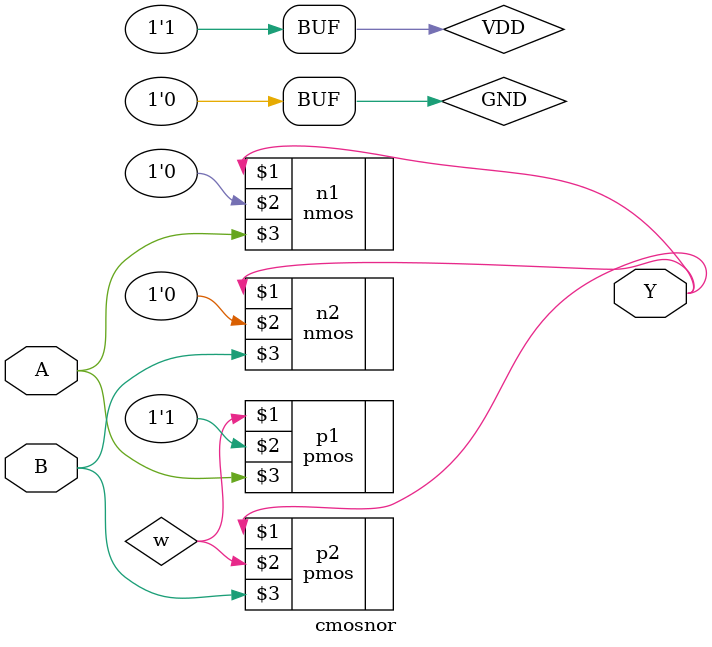
<source format=v>
`timescale 1ns / 1ps
module cmosnor (Y, A, B);
input A, B; 
output Y;
wire w;
supply0 GND;
supply1 VDD;
pmos p1 (w, VDD, A);
pmos p2 (Y, w, B);
nmos n1 (Y, GND,A );
nmos n2 (Y, GND, B);
endmodule




</source>
